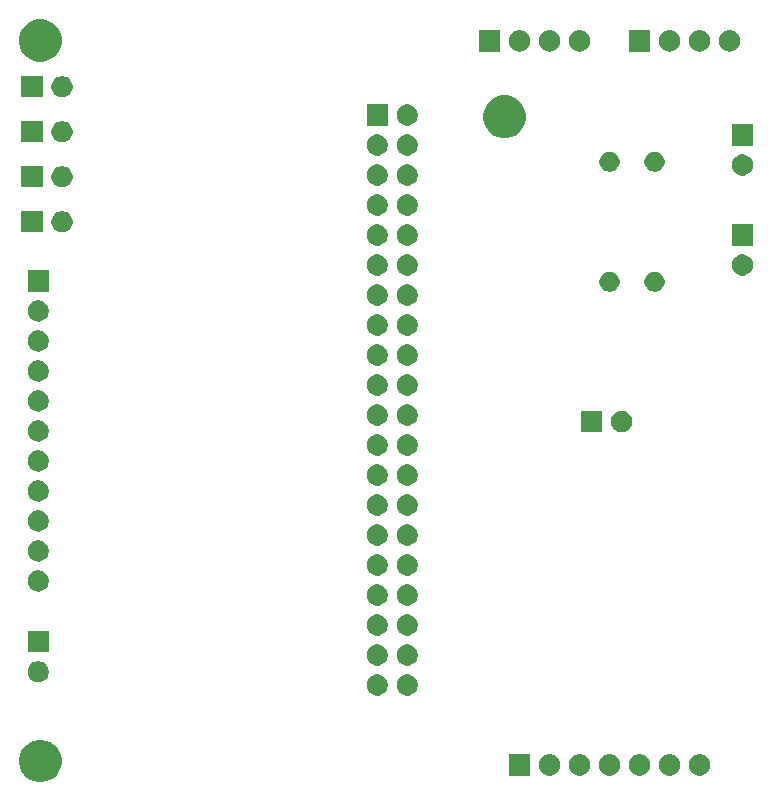
<source format=gbr>
G04 #@! TF.GenerationSoftware,KiCad,Pcbnew,(5.1.5)-3*
G04 #@! TF.CreationDate,2020-06-28T02:39:40-04:00*
G04 #@! TF.ProjectId,SteeringWheelKicad,53746565-7269-46e6-9757-6865656c4b69,3.0*
G04 #@! TF.SameCoordinates,Original*
G04 #@! TF.FileFunction,Soldermask,Bot*
G04 #@! TF.FilePolarity,Negative*
%FSLAX46Y46*%
G04 Gerber Fmt 4.6, Leading zero omitted, Abs format (unit mm)*
G04 Created by KiCad (PCBNEW (5.1.5)-3) date 2020-06-28 02:39:40*
%MOMM*%
%LPD*%
G04 APERTURE LIST*
%ADD10C,0.100000*%
G04 APERTURE END LIST*
D10*
G36*
X97725331Y-146868211D02*
G01*
X98053092Y-147003974D01*
X98348070Y-147201072D01*
X98598928Y-147451930D01*
X98796026Y-147746908D01*
X98931789Y-148074669D01*
X99001000Y-148422616D01*
X99001000Y-148777384D01*
X98931789Y-149125331D01*
X98796026Y-149453092D01*
X98598928Y-149748070D01*
X98348070Y-149998928D01*
X98053092Y-150196026D01*
X97725331Y-150331789D01*
X97377384Y-150401000D01*
X97022616Y-150401000D01*
X96674669Y-150331789D01*
X96346908Y-150196026D01*
X96051930Y-149998928D01*
X95801072Y-149748070D01*
X95603974Y-149453092D01*
X95468211Y-149125331D01*
X95399000Y-148777384D01*
X95399000Y-148422616D01*
X95468211Y-148074669D01*
X95603974Y-147746908D01*
X95801072Y-147451930D01*
X96051930Y-147201072D01*
X96346908Y-147003974D01*
X96674669Y-146868211D01*
X97022616Y-146799000D01*
X97377384Y-146799000D01*
X97725331Y-146868211D01*
G37*
G36*
X153133512Y-148033927D02*
G01*
X153282812Y-148063624D01*
X153446784Y-148131544D01*
X153594354Y-148230147D01*
X153719853Y-148355646D01*
X153818456Y-148503216D01*
X153886376Y-148667188D01*
X153921000Y-148841259D01*
X153921000Y-149018741D01*
X153886376Y-149192812D01*
X153818456Y-149356784D01*
X153719853Y-149504354D01*
X153594354Y-149629853D01*
X153446784Y-149728456D01*
X153282812Y-149796376D01*
X153133512Y-149826073D01*
X153108742Y-149831000D01*
X152931258Y-149831000D01*
X152906488Y-149826073D01*
X152757188Y-149796376D01*
X152593216Y-149728456D01*
X152445646Y-149629853D01*
X152320147Y-149504354D01*
X152221544Y-149356784D01*
X152153624Y-149192812D01*
X152119000Y-149018741D01*
X152119000Y-148841259D01*
X152153624Y-148667188D01*
X152221544Y-148503216D01*
X152320147Y-148355646D01*
X152445646Y-148230147D01*
X152593216Y-148131544D01*
X152757188Y-148063624D01*
X152906488Y-148033927D01*
X152931258Y-148029000D01*
X153108742Y-148029000D01*
X153133512Y-148033927D01*
G37*
G36*
X138681000Y-149831000D02*
G01*
X136879000Y-149831000D01*
X136879000Y-148029000D01*
X138681000Y-148029000D01*
X138681000Y-149831000D01*
G37*
G36*
X140433512Y-148033927D02*
G01*
X140582812Y-148063624D01*
X140746784Y-148131544D01*
X140894354Y-148230147D01*
X141019853Y-148355646D01*
X141118456Y-148503216D01*
X141186376Y-148667188D01*
X141221000Y-148841259D01*
X141221000Y-149018741D01*
X141186376Y-149192812D01*
X141118456Y-149356784D01*
X141019853Y-149504354D01*
X140894354Y-149629853D01*
X140746784Y-149728456D01*
X140582812Y-149796376D01*
X140433512Y-149826073D01*
X140408742Y-149831000D01*
X140231258Y-149831000D01*
X140206488Y-149826073D01*
X140057188Y-149796376D01*
X139893216Y-149728456D01*
X139745646Y-149629853D01*
X139620147Y-149504354D01*
X139521544Y-149356784D01*
X139453624Y-149192812D01*
X139419000Y-149018741D01*
X139419000Y-148841259D01*
X139453624Y-148667188D01*
X139521544Y-148503216D01*
X139620147Y-148355646D01*
X139745646Y-148230147D01*
X139893216Y-148131544D01*
X140057188Y-148063624D01*
X140206488Y-148033927D01*
X140231258Y-148029000D01*
X140408742Y-148029000D01*
X140433512Y-148033927D01*
G37*
G36*
X142973512Y-148033927D02*
G01*
X143122812Y-148063624D01*
X143286784Y-148131544D01*
X143434354Y-148230147D01*
X143559853Y-148355646D01*
X143658456Y-148503216D01*
X143726376Y-148667188D01*
X143761000Y-148841259D01*
X143761000Y-149018741D01*
X143726376Y-149192812D01*
X143658456Y-149356784D01*
X143559853Y-149504354D01*
X143434354Y-149629853D01*
X143286784Y-149728456D01*
X143122812Y-149796376D01*
X142973512Y-149826073D01*
X142948742Y-149831000D01*
X142771258Y-149831000D01*
X142746488Y-149826073D01*
X142597188Y-149796376D01*
X142433216Y-149728456D01*
X142285646Y-149629853D01*
X142160147Y-149504354D01*
X142061544Y-149356784D01*
X141993624Y-149192812D01*
X141959000Y-149018741D01*
X141959000Y-148841259D01*
X141993624Y-148667188D01*
X142061544Y-148503216D01*
X142160147Y-148355646D01*
X142285646Y-148230147D01*
X142433216Y-148131544D01*
X142597188Y-148063624D01*
X142746488Y-148033927D01*
X142771258Y-148029000D01*
X142948742Y-148029000D01*
X142973512Y-148033927D01*
G37*
G36*
X148053512Y-148033927D02*
G01*
X148202812Y-148063624D01*
X148366784Y-148131544D01*
X148514354Y-148230147D01*
X148639853Y-148355646D01*
X148738456Y-148503216D01*
X148806376Y-148667188D01*
X148841000Y-148841259D01*
X148841000Y-149018741D01*
X148806376Y-149192812D01*
X148738456Y-149356784D01*
X148639853Y-149504354D01*
X148514354Y-149629853D01*
X148366784Y-149728456D01*
X148202812Y-149796376D01*
X148053512Y-149826073D01*
X148028742Y-149831000D01*
X147851258Y-149831000D01*
X147826488Y-149826073D01*
X147677188Y-149796376D01*
X147513216Y-149728456D01*
X147365646Y-149629853D01*
X147240147Y-149504354D01*
X147141544Y-149356784D01*
X147073624Y-149192812D01*
X147039000Y-149018741D01*
X147039000Y-148841259D01*
X147073624Y-148667188D01*
X147141544Y-148503216D01*
X147240147Y-148355646D01*
X147365646Y-148230147D01*
X147513216Y-148131544D01*
X147677188Y-148063624D01*
X147826488Y-148033927D01*
X147851258Y-148029000D01*
X148028742Y-148029000D01*
X148053512Y-148033927D01*
G37*
G36*
X145513512Y-148033927D02*
G01*
X145662812Y-148063624D01*
X145826784Y-148131544D01*
X145974354Y-148230147D01*
X146099853Y-148355646D01*
X146198456Y-148503216D01*
X146266376Y-148667188D01*
X146301000Y-148841259D01*
X146301000Y-149018741D01*
X146266376Y-149192812D01*
X146198456Y-149356784D01*
X146099853Y-149504354D01*
X145974354Y-149629853D01*
X145826784Y-149728456D01*
X145662812Y-149796376D01*
X145513512Y-149826073D01*
X145488742Y-149831000D01*
X145311258Y-149831000D01*
X145286488Y-149826073D01*
X145137188Y-149796376D01*
X144973216Y-149728456D01*
X144825646Y-149629853D01*
X144700147Y-149504354D01*
X144601544Y-149356784D01*
X144533624Y-149192812D01*
X144499000Y-149018741D01*
X144499000Y-148841259D01*
X144533624Y-148667188D01*
X144601544Y-148503216D01*
X144700147Y-148355646D01*
X144825646Y-148230147D01*
X144973216Y-148131544D01*
X145137188Y-148063624D01*
X145286488Y-148033927D01*
X145311258Y-148029000D01*
X145488742Y-148029000D01*
X145513512Y-148033927D01*
G37*
G36*
X150593512Y-148033927D02*
G01*
X150742812Y-148063624D01*
X150906784Y-148131544D01*
X151054354Y-148230147D01*
X151179853Y-148355646D01*
X151278456Y-148503216D01*
X151346376Y-148667188D01*
X151381000Y-148841259D01*
X151381000Y-149018741D01*
X151346376Y-149192812D01*
X151278456Y-149356784D01*
X151179853Y-149504354D01*
X151054354Y-149629853D01*
X150906784Y-149728456D01*
X150742812Y-149796376D01*
X150593512Y-149826073D01*
X150568742Y-149831000D01*
X150391258Y-149831000D01*
X150366488Y-149826073D01*
X150217188Y-149796376D01*
X150053216Y-149728456D01*
X149905646Y-149629853D01*
X149780147Y-149504354D01*
X149681544Y-149356784D01*
X149613624Y-149192812D01*
X149579000Y-149018741D01*
X149579000Y-148841259D01*
X149613624Y-148667188D01*
X149681544Y-148503216D01*
X149780147Y-148355646D01*
X149905646Y-148230147D01*
X150053216Y-148131544D01*
X150217188Y-148063624D01*
X150366488Y-148033927D01*
X150391258Y-148029000D01*
X150568742Y-148029000D01*
X150593512Y-148033927D01*
G37*
G36*
X125843512Y-141263927D02*
G01*
X125992812Y-141293624D01*
X126156784Y-141361544D01*
X126304354Y-141460147D01*
X126429853Y-141585646D01*
X126528456Y-141733216D01*
X126596376Y-141897188D01*
X126631000Y-142071259D01*
X126631000Y-142248741D01*
X126596376Y-142422812D01*
X126528456Y-142586784D01*
X126429853Y-142734354D01*
X126304354Y-142859853D01*
X126156784Y-142958456D01*
X125992812Y-143026376D01*
X125843512Y-143056073D01*
X125818742Y-143061000D01*
X125641258Y-143061000D01*
X125616488Y-143056073D01*
X125467188Y-143026376D01*
X125303216Y-142958456D01*
X125155646Y-142859853D01*
X125030147Y-142734354D01*
X124931544Y-142586784D01*
X124863624Y-142422812D01*
X124829000Y-142248741D01*
X124829000Y-142071259D01*
X124863624Y-141897188D01*
X124931544Y-141733216D01*
X125030147Y-141585646D01*
X125155646Y-141460147D01*
X125303216Y-141361544D01*
X125467188Y-141293624D01*
X125616488Y-141263927D01*
X125641258Y-141259000D01*
X125818742Y-141259000D01*
X125843512Y-141263927D01*
G37*
G36*
X128383512Y-141263927D02*
G01*
X128532812Y-141293624D01*
X128696784Y-141361544D01*
X128844354Y-141460147D01*
X128969853Y-141585646D01*
X129068456Y-141733216D01*
X129136376Y-141897188D01*
X129171000Y-142071259D01*
X129171000Y-142248741D01*
X129136376Y-142422812D01*
X129068456Y-142586784D01*
X128969853Y-142734354D01*
X128844354Y-142859853D01*
X128696784Y-142958456D01*
X128532812Y-143026376D01*
X128383512Y-143056073D01*
X128358742Y-143061000D01*
X128181258Y-143061000D01*
X128156488Y-143056073D01*
X128007188Y-143026376D01*
X127843216Y-142958456D01*
X127695646Y-142859853D01*
X127570147Y-142734354D01*
X127471544Y-142586784D01*
X127403624Y-142422812D01*
X127369000Y-142248741D01*
X127369000Y-142071259D01*
X127403624Y-141897188D01*
X127471544Y-141733216D01*
X127570147Y-141585646D01*
X127695646Y-141460147D01*
X127843216Y-141361544D01*
X128007188Y-141293624D01*
X128156488Y-141263927D01*
X128181258Y-141259000D01*
X128358742Y-141259000D01*
X128383512Y-141263927D01*
G37*
G36*
X97141512Y-140143927D02*
G01*
X97290812Y-140173624D01*
X97454784Y-140241544D01*
X97602354Y-140340147D01*
X97727853Y-140465646D01*
X97826456Y-140613216D01*
X97894376Y-140777188D01*
X97929000Y-140951259D01*
X97929000Y-141128741D01*
X97894376Y-141302812D01*
X97826456Y-141466784D01*
X97727853Y-141614354D01*
X97602354Y-141739853D01*
X97454784Y-141838456D01*
X97290812Y-141906376D01*
X97141512Y-141936073D01*
X97116742Y-141941000D01*
X96939258Y-141941000D01*
X96914488Y-141936073D01*
X96765188Y-141906376D01*
X96601216Y-141838456D01*
X96453646Y-141739853D01*
X96328147Y-141614354D01*
X96229544Y-141466784D01*
X96161624Y-141302812D01*
X96127000Y-141128741D01*
X96127000Y-140951259D01*
X96161624Y-140777188D01*
X96229544Y-140613216D01*
X96328147Y-140465646D01*
X96453646Y-140340147D01*
X96601216Y-140241544D01*
X96765188Y-140173624D01*
X96914488Y-140143927D01*
X96939258Y-140139000D01*
X97116742Y-140139000D01*
X97141512Y-140143927D01*
G37*
G36*
X125843512Y-138723927D02*
G01*
X125992812Y-138753624D01*
X126156784Y-138821544D01*
X126304354Y-138920147D01*
X126429853Y-139045646D01*
X126528456Y-139193216D01*
X126596376Y-139357188D01*
X126631000Y-139531259D01*
X126631000Y-139708741D01*
X126596376Y-139882812D01*
X126528456Y-140046784D01*
X126429853Y-140194354D01*
X126304354Y-140319853D01*
X126156784Y-140418456D01*
X125992812Y-140486376D01*
X125843512Y-140516073D01*
X125818742Y-140521000D01*
X125641258Y-140521000D01*
X125616488Y-140516073D01*
X125467188Y-140486376D01*
X125303216Y-140418456D01*
X125155646Y-140319853D01*
X125030147Y-140194354D01*
X124931544Y-140046784D01*
X124863624Y-139882812D01*
X124829000Y-139708741D01*
X124829000Y-139531259D01*
X124863624Y-139357188D01*
X124931544Y-139193216D01*
X125030147Y-139045646D01*
X125155646Y-138920147D01*
X125303216Y-138821544D01*
X125467188Y-138753624D01*
X125616488Y-138723927D01*
X125641258Y-138719000D01*
X125818742Y-138719000D01*
X125843512Y-138723927D01*
G37*
G36*
X128383512Y-138723927D02*
G01*
X128532812Y-138753624D01*
X128696784Y-138821544D01*
X128844354Y-138920147D01*
X128969853Y-139045646D01*
X129068456Y-139193216D01*
X129136376Y-139357188D01*
X129171000Y-139531259D01*
X129171000Y-139708741D01*
X129136376Y-139882812D01*
X129068456Y-140046784D01*
X128969853Y-140194354D01*
X128844354Y-140319853D01*
X128696784Y-140418456D01*
X128532812Y-140486376D01*
X128383512Y-140516073D01*
X128358742Y-140521000D01*
X128181258Y-140521000D01*
X128156488Y-140516073D01*
X128007188Y-140486376D01*
X127843216Y-140418456D01*
X127695646Y-140319853D01*
X127570147Y-140194354D01*
X127471544Y-140046784D01*
X127403624Y-139882812D01*
X127369000Y-139708741D01*
X127369000Y-139531259D01*
X127403624Y-139357188D01*
X127471544Y-139193216D01*
X127570147Y-139045646D01*
X127695646Y-138920147D01*
X127843216Y-138821544D01*
X128007188Y-138753624D01*
X128156488Y-138723927D01*
X128181258Y-138719000D01*
X128358742Y-138719000D01*
X128383512Y-138723927D01*
G37*
G36*
X97929000Y-139401000D02*
G01*
X96127000Y-139401000D01*
X96127000Y-137599000D01*
X97929000Y-137599000D01*
X97929000Y-139401000D01*
G37*
G36*
X125843512Y-136183927D02*
G01*
X125992812Y-136213624D01*
X126156784Y-136281544D01*
X126304354Y-136380147D01*
X126429853Y-136505646D01*
X126528456Y-136653216D01*
X126596376Y-136817188D01*
X126631000Y-136991259D01*
X126631000Y-137168741D01*
X126596376Y-137342812D01*
X126528456Y-137506784D01*
X126429853Y-137654354D01*
X126304354Y-137779853D01*
X126156784Y-137878456D01*
X125992812Y-137946376D01*
X125843512Y-137976073D01*
X125818742Y-137981000D01*
X125641258Y-137981000D01*
X125616488Y-137976073D01*
X125467188Y-137946376D01*
X125303216Y-137878456D01*
X125155646Y-137779853D01*
X125030147Y-137654354D01*
X124931544Y-137506784D01*
X124863624Y-137342812D01*
X124829000Y-137168741D01*
X124829000Y-136991259D01*
X124863624Y-136817188D01*
X124931544Y-136653216D01*
X125030147Y-136505646D01*
X125155646Y-136380147D01*
X125303216Y-136281544D01*
X125467188Y-136213624D01*
X125616488Y-136183927D01*
X125641258Y-136179000D01*
X125818742Y-136179000D01*
X125843512Y-136183927D01*
G37*
G36*
X128383512Y-136183927D02*
G01*
X128532812Y-136213624D01*
X128696784Y-136281544D01*
X128844354Y-136380147D01*
X128969853Y-136505646D01*
X129068456Y-136653216D01*
X129136376Y-136817188D01*
X129171000Y-136991259D01*
X129171000Y-137168741D01*
X129136376Y-137342812D01*
X129068456Y-137506784D01*
X128969853Y-137654354D01*
X128844354Y-137779853D01*
X128696784Y-137878456D01*
X128532812Y-137946376D01*
X128383512Y-137976073D01*
X128358742Y-137981000D01*
X128181258Y-137981000D01*
X128156488Y-137976073D01*
X128007188Y-137946376D01*
X127843216Y-137878456D01*
X127695646Y-137779853D01*
X127570147Y-137654354D01*
X127471544Y-137506784D01*
X127403624Y-137342812D01*
X127369000Y-137168741D01*
X127369000Y-136991259D01*
X127403624Y-136817188D01*
X127471544Y-136653216D01*
X127570147Y-136505646D01*
X127695646Y-136380147D01*
X127843216Y-136281544D01*
X128007188Y-136213624D01*
X128156488Y-136183927D01*
X128181258Y-136179000D01*
X128358742Y-136179000D01*
X128383512Y-136183927D01*
G37*
G36*
X125843512Y-133643927D02*
G01*
X125992812Y-133673624D01*
X126156784Y-133741544D01*
X126304354Y-133840147D01*
X126429853Y-133965646D01*
X126528456Y-134113216D01*
X126596376Y-134277188D01*
X126631000Y-134451259D01*
X126631000Y-134628741D01*
X126596376Y-134802812D01*
X126528456Y-134966784D01*
X126429853Y-135114354D01*
X126304354Y-135239853D01*
X126156784Y-135338456D01*
X125992812Y-135406376D01*
X125843512Y-135436073D01*
X125818742Y-135441000D01*
X125641258Y-135441000D01*
X125616488Y-135436073D01*
X125467188Y-135406376D01*
X125303216Y-135338456D01*
X125155646Y-135239853D01*
X125030147Y-135114354D01*
X124931544Y-134966784D01*
X124863624Y-134802812D01*
X124829000Y-134628741D01*
X124829000Y-134451259D01*
X124863624Y-134277188D01*
X124931544Y-134113216D01*
X125030147Y-133965646D01*
X125155646Y-133840147D01*
X125303216Y-133741544D01*
X125467188Y-133673624D01*
X125616488Y-133643927D01*
X125641258Y-133639000D01*
X125818742Y-133639000D01*
X125843512Y-133643927D01*
G37*
G36*
X128383512Y-133643927D02*
G01*
X128532812Y-133673624D01*
X128696784Y-133741544D01*
X128844354Y-133840147D01*
X128969853Y-133965646D01*
X129068456Y-134113216D01*
X129136376Y-134277188D01*
X129171000Y-134451259D01*
X129171000Y-134628741D01*
X129136376Y-134802812D01*
X129068456Y-134966784D01*
X128969853Y-135114354D01*
X128844354Y-135239853D01*
X128696784Y-135338456D01*
X128532812Y-135406376D01*
X128383512Y-135436073D01*
X128358742Y-135441000D01*
X128181258Y-135441000D01*
X128156488Y-135436073D01*
X128007188Y-135406376D01*
X127843216Y-135338456D01*
X127695646Y-135239853D01*
X127570147Y-135114354D01*
X127471544Y-134966784D01*
X127403624Y-134802812D01*
X127369000Y-134628741D01*
X127369000Y-134451259D01*
X127403624Y-134277188D01*
X127471544Y-134113216D01*
X127570147Y-133965646D01*
X127695646Y-133840147D01*
X127843216Y-133741544D01*
X128007188Y-133673624D01*
X128156488Y-133643927D01*
X128181258Y-133639000D01*
X128358742Y-133639000D01*
X128383512Y-133643927D01*
G37*
G36*
X97141512Y-132453927D02*
G01*
X97290812Y-132483624D01*
X97454784Y-132551544D01*
X97602354Y-132650147D01*
X97727853Y-132775646D01*
X97826456Y-132923216D01*
X97894376Y-133087188D01*
X97929000Y-133261259D01*
X97929000Y-133438741D01*
X97894376Y-133612812D01*
X97826456Y-133776784D01*
X97727853Y-133924354D01*
X97602354Y-134049853D01*
X97454784Y-134148456D01*
X97290812Y-134216376D01*
X97141512Y-134246073D01*
X97116742Y-134251000D01*
X96939258Y-134251000D01*
X96914488Y-134246073D01*
X96765188Y-134216376D01*
X96601216Y-134148456D01*
X96453646Y-134049853D01*
X96328147Y-133924354D01*
X96229544Y-133776784D01*
X96161624Y-133612812D01*
X96127000Y-133438741D01*
X96127000Y-133261259D01*
X96161624Y-133087188D01*
X96229544Y-132923216D01*
X96328147Y-132775646D01*
X96453646Y-132650147D01*
X96601216Y-132551544D01*
X96765188Y-132483624D01*
X96914488Y-132453927D01*
X96939258Y-132449000D01*
X97116742Y-132449000D01*
X97141512Y-132453927D01*
G37*
G36*
X125843512Y-131103927D02*
G01*
X125992812Y-131133624D01*
X126156784Y-131201544D01*
X126304354Y-131300147D01*
X126429853Y-131425646D01*
X126528456Y-131573216D01*
X126596376Y-131737188D01*
X126631000Y-131911259D01*
X126631000Y-132088741D01*
X126596376Y-132262812D01*
X126528456Y-132426784D01*
X126429853Y-132574354D01*
X126304354Y-132699853D01*
X126156784Y-132798456D01*
X125992812Y-132866376D01*
X125843512Y-132896073D01*
X125818742Y-132901000D01*
X125641258Y-132901000D01*
X125616488Y-132896073D01*
X125467188Y-132866376D01*
X125303216Y-132798456D01*
X125155646Y-132699853D01*
X125030147Y-132574354D01*
X124931544Y-132426784D01*
X124863624Y-132262812D01*
X124829000Y-132088741D01*
X124829000Y-131911259D01*
X124863624Y-131737188D01*
X124931544Y-131573216D01*
X125030147Y-131425646D01*
X125155646Y-131300147D01*
X125303216Y-131201544D01*
X125467188Y-131133624D01*
X125616488Y-131103927D01*
X125641258Y-131099000D01*
X125818742Y-131099000D01*
X125843512Y-131103927D01*
G37*
G36*
X128383512Y-131103927D02*
G01*
X128532812Y-131133624D01*
X128696784Y-131201544D01*
X128844354Y-131300147D01*
X128969853Y-131425646D01*
X129068456Y-131573216D01*
X129136376Y-131737188D01*
X129171000Y-131911259D01*
X129171000Y-132088741D01*
X129136376Y-132262812D01*
X129068456Y-132426784D01*
X128969853Y-132574354D01*
X128844354Y-132699853D01*
X128696784Y-132798456D01*
X128532812Y-132866376D01*
X128383512Y-132896073D01*
X128358742Y-132901000D01*
X128181258Y-132901000D01*
X128156488Y-132896073D01*
X128007188Y-132866376D01*
X127843216Y-132798456D01*
X127695646Y-132699853D01*
X127570147Y-132574354D01*
X127471544Y-132426784D01*
X127403624Y-132262812D01*
X127369000Y-132088741D01*
X127369000Y-131911259D01*
X127403624Y-131737188D01*
X127471544Y-131573216D01*
X127570147Y-131425646D01*
X127695646Y-131300147D01*
X127843216Y-131201544D01*
X128007188Y-131133624D01*
X128156488Y-131103927D01*
X128181258Y-131099000D01*
X128358742Y-131099000D01*
X128383512Y-131103927D01*
G37*
G36*
X97141512Y-129913927D02*
G01*
X97290812Y-129943624D01*
X97454784Y-130011544D01*
X97602354Y-130110147D01*
X97727853Y-130235646D01*
X97826456Y-130383216D01*
X97894376Y-130547188D01*
X97929000Y-130721259D01*
X97929000Y-130898741D01*
X97894376Y-131072812D01*
X97826456Y-131236784D01*
X97727853Y-131384354D01*
X97602354Y-131509853D01*
X97454784Y-131608456D01*
X97290812Y-131676376D01*
X97141512Y-131706073D01*
X97116742Y-131711000D01*
X96939258Y-131711000D01*
X96914488Y-131706073D01*
X96765188Y-131676376D01*
X96601216Y-131608456D01*
X96453646Y-131509853D01*
X96328147Y-131384354D01*
X96229544Y-131236784D01*
X96161624Y-131072812D01*
X96127000Y-130898741D01*
X96127000Y-130721259D01*
X96161624Y-130547188D01*
X96229544Y-130383216D01*
X96328147Y-130235646D01*
X96453646Y-130110147D01*
X96601216Y-130011544D01*
X96765188Y-129943624D01*
X96914488Y-129913927D01*
X96939258Y-129909000D01*
X97116742Y-129909000D01*
X97141512Y-129913927D01*
G37*
G36*
X128383512Y-128563927D02*
G01*
X128532812Y-128593624D01*
X128696784Y-128661544D01*
X128844354Y-128760147D01*
X128969853Y-128885646D01*
X129068456Y-129033216D01*
X129136376Y-129197188D01*
X129171000Y-129371259D01*
X129171000Y-129548741D01*
X129136376Y-129722812D01*
X129068456Y-129886784D01*
X128969853Y-130034354D01*
X128844354Y-130159853D01*
X128696784Y-130258456D01*
X128532812Y-130326376D01*
X128383512Y-130356073D01*
X128358742Y-130361000D01*
X128181258Y-130361000D01*
X128156488Y-130356073D01*
X128007188Y-130326376D01*
X127843216Y-130258456D01*
X127695646Y-130159853D01*
X127570147Y-130034354D01*
X127471544Y-129886784D01*
X127403624Y-129722812D01*
X127369000Y-129548741D01*
X127369000Y-129371259D01*
X127403624Y-129197188D01*
X127471544Y-129033216D01*
X127570147Y-128885646D01*
X127695646Y-128760147D01*
X127843216Y-128661544D01*
X128007188Y-128593624D01*
X128156488Y-128563927D01*
X128181258Y-128559000D01*
X128358742Y-128559000D01*
X128383512Y-128563927D01*
G37*
G36*
X125843512Y-128563927D02*
G01*
X125992812Y-128593624D01*
X126156784Y-128661544D01*
X126304354Y-128760147D01*
X126429853Y-128885646D01*
X126528456Y-129033216D01*
X126596376Y-129197188D01*
X126631000Y-129371259D01*
X126631000Y-129548741D01*
X126596376Y-129722812D01*
X126528456Y-129886784D01*
X126429853Y-130034354D01*
X126304354Y-130159853D01*
X126156784Y-130258456D01*
X125992812Y-130326376D01*
X125843512Y-130356073D01*
X125818742Y-130361000D01*
X125641258Y-130361000D01*
X125616488Y-130356073D01*
X125467188Y-130326376D01*
X125303216Y-130258456D01*
X125155646Y-130159853D01*
X125030147Y-130034354D01*
X124931544Y-129886784D01*
X124863624Y-129722812D01*
X124829000Y-129548741D01*
X124829000Y-129371259D01*
X124863624Y-129197188D01*
X124931544Y-129033216D01*
X125030147Y-128885646D01*
X125155646Y-128760147D01*
X125303216Y-128661544D01*
X125467188Y-128593624D01*
X125616488Y-128563927D01*
X125641258Y-128559000D01*
X125818742Y-128559000D01*
X125843512Y-128563927D01*
G37*
G36*
X97141512Y-127373927D02*
G01*
X97290812Y-127403624D01*
X97454784Y-127471544D01*
X97602354Y-127570147D01*
X97727853Y-127695646D01*
X97826456Y-127843216D01*
X97894376Y-128007188D01*
X97929000Y-128181259D01*
X97929000Y-128358741D01*
X97894376Y-128532812D01*
X97826456Y-128696784D01*
X97727853Y-128844354D01*
X97602354Y-128969853D01*
X97454784Y-129068456D01*
X97290812Y-129136376D01*
X97141512Y-129166073D01*
X97116742Y-129171000D01*
X96939258Y-129171000D01*
X96914488Y-129166073D01*
X96765188Y-129136376D01*
X96601216Y-129068456D01*
X96453646Y-128969853D01*
X96328147Y-128844354D01*
X96229544Y-128696784D01*
X96161624Y-128532812D01*
X96127000Y-128358741D01*
X96127000Y-128181259D01*
X96161624Y-128007188D01*
X96229544Y-127843216D01*
X96328147Y-127695646D01*
X96453646Y-127570147D01*
X96601216Y-127471544D01*
X96765188Y-127403624D01*
X96914488Y-127373927D01*
X96939258Y-127369000D01*
X97116742Y-127369000D01*
X97141512Y-127373927D01*
G37*
G36*
X128383512Y-126023927D02*
G01*
X128532812Y-126053624D01*
X128696784Y-126121544D01*
X128844354Y-126220147D01*
X128969853Y-126345646D01*
X129068456Y-126493216D01*
X129136376Y-126657188D01*
X129171000Y-126831259D01*
X129171000Y-127008741D01*
X129136376Y-127182812D01*
X129068456Y-127346784D01*
X128969853Y-127494354D01*
X128844354Y-127619853D01*
X128696784Y-127718456D01*
X128532812Y-127786376D01*
X128383512Y-127816073D01*
X128358742Y-127821000D01*
X128181258Y-127821000D01*
X128156488Y-127816073D01*
X128007188Y-127786376D01*
X127843216Y-127718456D01*
X127695646Y-127619853D01*
X127570147Y-127494354D01*
X127471544Y-127346784D01*
X127403624Y-127182812D01*
X127369000Y-127008741D01*
X127369000Y-126831259D01*
X127403624Y-126657188D01*
X127471544Y-126493216D01*
X127570147Y-126345646D01*
X127695646Y-126220147D01*
X127843216Y-126121544D01*
X128007188Y-126053624D01*
X128156488Y-126023927D01*
X128181258Y-126019000D01*
X128358742Y-126019000D01*
X128383512Y-126023927D01*
G37*
G36*
X125843512Y-126023927D02*
G01*
X125992812Y-126053624D01*
X126156784Y-126121544D01*
X126304354Y-126220147D01*
X126429853Y-126345646D01*
X126528456Y-126493216D01*
X126596376Y-126657188D01*
X126631000Y-126831259D01*
X126631000Y-127008741D01*
X126596376Y-127182812D01*
X126528456Y-127346784D01*
X126429853Y-127494354D01*
X126304354Y-127619853D01*
X126156784Y-127718456D01*
X125992812Y-127786376D01*
X125843512Y-127816073D01*
X125818742Y-127821000D01*
X125641258Y-127821000D01*
X125616488Y-127816073D01*
X125467188Y-127786376D01*
X125303216Y-127718456D01*
X125155646Y-127619853D01*
X125030147Y-127494354D01*
X124931544Y-127346784D01*
X124863624Y-127182812D01*
X124829000Y-127008741D01*
X124829000Y-126831259D01*
X124863624Y-126657188D01*
X124931544Y-126493216D01*
X125030147Y-126345646D01*
X125155646Y-126220147D01*
X125303216Y-126121544D01*
X125467188Y-126053624D01*
X125616488Y-126023927D01*
X125641258Y-126019000D01*
X125818742Y-126019000D01*
X125843512Y-126023927D01*
G37*
G36*
X97141512Y-124833927D02*
G01*
X97290812Y-124863624D01*
X97454784Y-124931544D01*
X97602354Y-125030147D01*
X97727853Y-125155646D01*
X97826456Y-125303216D01*
X97894376Y-125467188D01*
X97929000Y-125641259D01*
X97929000Y-125818741D01*
X97894376Y-125992812D01*
X97826456Y-126156784D01*
X97727853Y-126304354D01*
X97602354Y-126429853D01*
X97454784Y-126528456D01*
X97290812Y-126596376D01*
X97141512Y-126626073D01*
X97116742Y-126631000D01*
X96939258Y-126631000D01*
X96914488Y-126626073D01*
X96765188Y-126596376D01*
X96601216Y-126528456D01*
X96453646Y-126429853D01*
X96328147Y-126304354D01*
X96229544Y-126156784D01*
X96161624Y-125992812D01*
X96127000Y-125818741D01*
X96127000Y-125641259D01*
X96161624Y-125467188D01*
X96229544Y-125303216D01*
X96328147Y-125155646D01*
X96453646Y-125030147D01*
X96601216Y-124931544D01*
X96765188Y-124863624D01*
X96914488Y-124833927D01*
X96939258Y-124829000D01*
X97116742Y-124829000D01*
X97141512Y-124833927D01*
G37*
G36*
X125843512Y-123483927D02*
G01*
X125992812Y-123513624D01*
X126156784Y-123581544D01*
X126304354Y-123680147D01*
X126429853Y-123805646D01*
X126528456Y-123953216D01*
X126596376Y-124117188D01*
X126631000Y-124291259D01*
X126631000Y-124468741D01*
X126596376Y-124642812D01*
X126528456Y-124806784D01*
X126429853Y-124954354D01*
X126304354Y-125079853D01*
X126156784Y-125178456D01*
X125992812Y-125246376D01*
X125843512Y-125276073D01*
X125818742Y-125281000D01*
X125641258Y-125281000D01*
X125616488Y-125276073D01*
X125467188Y-125246376D01*
X125303216Y-125178456D01*
X125155646Y-125079853D01*
X125030147Y-124954354D01*
X124931544Y-124806784D01*
X124863624Y-124642812D01*
X124829000Y-124468741D01*
X124829000Y-124291259D01*
X124863624Y-124117188D01*
X124931544Y-123953216D01*
X125030147Y-123805646D01*
X125155646Y-123680147D01*
X125303216Y-123581544D01*
X125467188Y-123513624D01*
X125616488Y-123483927D01*
X125641258Y-123479000D01*
X125818742Y-123479000D01*
X125843512Y-123483927D01*
G37*
G36*
X128383512Y-123483927D02*
G01*
X128532812Y-123513624D01*
X128696784Y-123581544D01*
X128844354Y-123680147D01*
X128969853Y-123805646D01*
X129068456Y-123953216D01*
X129136376Y-124117188D01*
X129171000Y-124291259D01*
X129171000Y-124468741D01*
X129136376Y-124642812D01*
X129068456Y-124806784D01*
X128969853Y-124954354D01*
X128844354Y-125079853D01*
X128696784Y-125178456D01*
X128532812Y-125246376D01*
X128383512Y-125276073D01*
X128358742Y-125281000D01*
X128181258Y-125281000D01*
X128156488Y-125276073D01*
X128007188Y-125246376D01*
X127843216Y-125178456D01*
X127695646Y-125079853D01*
X127570147Y-124954354D01*
X127471544Y-124806784D01*
X127403624Y-124642812D01*
X127369000Y-124468741D01*
X127369000Y-124291259D01*
X127403624Y-124117188D01*
X127471544Y-123953216D01*
X127570147Y-123805646D01*
X127695646Y-123680147D01*
X127843216Y-123581544D01*
X128007188Y-123513624D01*
X128156488Y-123483927D01*
X128181258Y-123479000D01*
X128358742Y-123479000D01*
X128383512Y-123483927D01*
G37*
G36*
X97141512Y-122293927D02*
G01*
X97290812Y-122323624D01*
X97454784Y-122391544D01*
X97602354Y-122490147D01*
X97727853Y-122615646D01*
X97826456Y-122763216D01*
X97894376Y-122927188D01*
X97929000Y-123101259D01*
X97929000Y-123278741D01*
X97894376Y-123452812D01*
X97826456Y-123616784D01*
X97727853Y-123764354D01*
X97602354Y-123889853D01*
X97454784Y-123988456D01*
X97290812Y-124056376D01*
X97141512Y-124086073D01*
X97116742Y-124091000D01*
X96939258Y-124091000D01*
X96914488Y-124086073D01*
X96765188Y-124056376D01*
X96601216Y-123988456D01*
X96453646Y-123889853D01*
X96328147Y-123764354D01*
X96229544Y-123616784D01*
X96161624Y-123452812D01*
X96127000Y-123278741D01*
X96127000Y-123101259D01*
X96161624Y-122927188D01*
X96229544Y-122763216D01*
X96328147Y-122615646D01*
X96453646Y-122490147D01*
X96601216Y-122391544D01*
X96765188Y-122323624D01*
X96914488Y-122293927D01*
X96939258Y-122289000D01*
X97116742Y-122289000D01*
X97141512Y-122293927D01*
G37*
G36*
X128383512Y-120943927D02*
G01*
X128532812Y-120973624D01*
X128696784Y-121041544D01*
X128844354Y-121140147D01*
X128969853Y-121265646D01*
X129068456Y-121413216D01*
X129136376Y-121577188D01*
X129171000Y-121751259D01*
X129171000Y-121928741D01*
X129136376Y-122102812D01*
X129068456Y-122266784D01*
X128969853Y-122414354D01*
X128844354Y-122539853D01*
X128696784Y-122638456D01*
X128532812Y-122706376D01*
X128383512Y-122736073D01*
X128358742Y-122741000D01*
X128181258Y-122741000D01*
X128156488Y-122736073D01*
X128007188Y-122706376D01*
X127843216Y-122638456D01*
X127695646Y-122539853D01*
X127570147Y-122414354D01*
X127471544Y-122266784D01*
X127403624Y-122102812D01*
X127369000Y-121928741D01*
X127369000Y-121751259D01*
X127403624Y-121577188D01*
X127471544Y-121413216D01*
X127570147Y-121265646D01*
X127695646Y-121140147D01*
X127843216Y-121041544D01*
X128007188Y-120973624D01*
X128156488Y-120943927D01*
X128181258Y-120939000D01*
X128358742Y-120939000D01*
X128383512Y-120943927D01*
G37*
G36*
X125843512Y-120943927D02*
G01*
X125992812Y-120973624D01*
X126156784Y-121041544D01*
X126304354Y-121140147D01*
X126429853Y-121265646D01*
X126528456Y-121413216D01*
X126596376Y-121577188D01*
X126631000Y-121751259D01*
X126631000Y-121928741D01*
X126596376Y-122102812D01*
X126528456Y-122266784D01*
X126429853Y-122414354D01*
X126304354Y-122539853D01*
X126156784Y-122638456D01*
X125992812Y-122706376D01*
X125843512Y-122736073D01*
X125818742Y-122741000D01*
X125641258Y-122741000D01*
X125616488Y-122736073D01*
X125467188Y-122706376D01*
X125303216Y-122638456D01*
X125155646Y-122539853D01*
X125030147Y-122414354D01*
X124931544Y-122266784D01*
X124863624Y-122102812D01*
X124829000Y-121928741D01*
X124829000Y-121751259D01*
X124863624Y-121577188D01*
X124931544Y-121413216D01*
X125030147Y-121265646D01*
X125155646Y-121140147D01*
X125303216Y-121041544D01*
X125467188Y-120973624D01*
X125616488Y-120943927D01*
X125641258Y-120939000D01*
X125818742Y-120939000D01*
X125843512Y-120943927D01*
G37*
G36*
X97141512Y-119753927D02*
G01*
X97290812Y-119783624D01*
X97454784Y-119851544D01*
X97602354Y-119950147D01*
X97727853Y-120075646D01*
X97826456Y-120223216D01*
X97894376Y-120387188D01*
X97929000Y-120561259D01*
X97929000Y-120738741D01*
X97894376Y-120912812D01*
X97826456Y-121076784D01*
X97727853Y-121224354D01*
X97602354Y-121349853D01*
X97454784Y-121448456D01*
X97290812Y-121516376D01*
X97141512Y-121546073D01*
X97116742Y-121551000D01*
X96939258Y-121551000D01*
X96914488Y-121546073D01*
X96765188Y-121516376D01*
X96601216Y-121448456D01*
X96453646Y-121349853D01*
X96328147Y-121224354D01*
X96229544Y-121076784D01*
X96161624Y-120912812D01*
X96127000Y-120738741D01*
X96127000Y-120561259D01*
X96161624Y-120387188D01*
X96229544Y-120223216D01*
X96328147Y-120075646D01*
X96453646Y-119950147D01*
X96601216Y-119851544D01*
X96765188Y-119783624D01*
X96914488Y-119753927D01*
X96939258Y-119749000D01*
X97116742Y-119749000D01*
X97141512Y-119753927D01*
G37*
G36*
X144781000Y-120751000D02*
G01*
X142979000Y-120751000D01*
X142979000Y-118949000D01*
X144781000Y-118949000D01*
X144781000Y-120751000D01*
G37*
G36*
X146533512Y-118953927D02*
G01*
X146682812Y-118983624D01*
X146846784Y-119051544D01*
X146994354Y-119150147D01*
X147119853Y-119275646D01*
X147218456Y-119423216D01*
X147286376Y-119587188D01*
X147321000Y-119761259D01*
X147321000Y-119938741D01*
X147286376Y-120112812D01*
X147218456Y-120276784D01*
X147119853Y-120424354D01*
X146994354Y-120549853D01*
X146846784Y-120648456D01*
X146682812Y-120716376D01*
X146533512Y-120746073D01*
X146508742Y-120751000D01*
X146331258Y-120751000D01*
X146306488Y-120746073D01*
X146157188Y-120716376D01*
X145993216Y-120648456D01*
X145845646Y-120549853D01*
X145720147Y-120424354D01*
X145621544Y-120276784D01*
X145553624Y-120112812D01*
X145519000Y-119938741D01*
X145519000Y-119761259D01*
X145553624Y-119587188D01*
X145621544Y-119423216D01*
X145720147Y-119275646D01*
X145845646Y-119150147D01*
X145993216Y-119051544D01*
X146157188Y-118983624D01*
X146306488Y-118953927D01*
X146331258Y-118949000D01*
X146508742Y-118949000D01*
X146533512Y-118953927D01*
G37*
G36*
X128383512Y-118403927D02*
G01*
X128532812Y-118433624D01*
X128696784Y-118501544D01*
X128844354Y-118600147D01*
X128969853Y-118725646D01*
X129068456Y-118873216D01*
X129136376Y-119037188D01*
X129171000Y-119211259D01*
X129171000Y-119388741D01*
X129136376Y-119562812D01*
X129068456Y-119726784D01*
X128969853Y-119874354D01*
X128844354Y-119999853D01*
X128696784Y-120098456D01*
X128532812Y-120166376D01*
X128383512Y-120196073D01*
X128358742Y-120201000D01*
X128181258Y-120201000D01*
X128156488Y-120196073D01*
X128007188Y-120166376D01*
X127843216Y-120098456D01*
X127695646Y-119999853D01*
X127570147Y-119874354D01*
X127471544Y-119726784D01*
X127403624Y-119562812D01*
X127369000Y-119388741D01*
X127369000Y-119211259D01*
X127403624Y-119037188D01*
X127471544Y-118873216D01*
X127570147Y-118725646D01*
X127695646Y-118600147D01*
X127843216Y-118501544D01*
X128007188Y-118433624D01*
X128156488Y-118403927D01*
X128181258Y-118399000D01*
X128358742Y-118399000D01*
X128383512Y-118403927D01*
G37*
G36*
X125843512Y-118403927D02*
G01*
X125992812Y-118433624D01*
X126156784Y-118501544D01*
X126304354Y-118600147D01*
X126429853Y-118725646D01*
X126528456Y-118873216D01*
X126596376Y-119037188D01*
X126631000Y-119211259D01*
X126631000Y-119388741D01*
X126596376Y-119562812D01*
X126528456Y-119726784D01*
X126429853Y-119874354D01*
X126304354Y-119999853D01*
X126156784Y-120098456D01*
X125992812Y-120166376D01*
X125843512Y-120196073D01*
X125818742Y-120201000D01*
X125641258Y-120201000D01*
X125616488Y-120196073D01*
X125467188Y-120166376D01*
X125303216Y-120098456D01*
X125155646Y-119999853D01*
X125030147Y-119874354D01*
X124931544Y-119726784D01*
X124863624Y-119562812D01*
X124829000Y-119388741D01*
X124829000Y-119211259D01*
X124863624Y-119037188D01*
X124931544Y-118873216D01*
X125030147Y-118725646D01*
X125155646Y-118600147D01*
X125303216Y-118501544D01*
X125467188Y-118433624D01*
X125616488Y-118403927D01*
X125641258Y-118399000D01*
X125818742Y-118399000D01*
X125843512Y-118403927D01*
G37*
G36*
X97141512Y-117213927D02*
G01*
X97290812Y-117243624D01*
X97454784Y-117311544D01*
X97602354Y-117410147D01*
X97727853Y-117535646D01*
X97826456Y-117683216D01*
X97894376Y-117847188D01*
X97929000Y-118021259D01*
X97929000Y-118198741D01*
X97894376Y-118372812D01*
X97826456Y-118536784D01*
X97727853Y-118684354D01*
X97602354Y-118809853D01*
X97454784Y-118908456D01*
X97290812Y-118976376D01*
X97141512Y-119006073D01*
X97116742Y-119011000D01*
X96939258Y-119011000D01*
X96914488Y-119006073D01*
X96765188Y-118976376D01*
X96601216Y-118908456D01*
X96453646Y-118809853D01*
X96328147Y-118684354D01*
X96229544Y-118536784D01*
X96161624Y-118372812D01*
X96127000Y-118198741D01*
X96127000Y-118021259D01*
X96161624Y-117847188D01*
X96229544Y-117683216D01*
X96328147Y-117535646D01*
X96453646Y-117410147D01*
X96601216Y-117311544D01*
X96765188Y-117243624D01*
X96914488Y-117213927D01*
X96939258Y-117209000D01*
X97116742Y-117209000D01*
X97141512Y-117213927D01*
G37*
G36*
X128383512Y-115863927D02*
G01*
X128532812Y-115893624D01*
X128696784Y-115961544D01*
X128844354Y-116060147D01*
X128969853Y-116185646D01*
X129068456Y-116333216D01*
X129136376Y-116497188D01*
X129171000Y-116671259D01*
X129171000Y-116848741D01*
X129136376Y-117022812D01*
X129068456Y-117186784D01*
X128969853Y-117334354D01*
X128844354Y-117459853D01*
X128696784Y-117558456D01*
X128532812Y-117626376D01*
X128383512Y-117656073D01*
X128358742Y-117661000D01*
X128181258Y-117661000D01*
X128156488Y-117656073D01*
X128007188Y-117626376D01*
X127843216Y-117558456D01*
X127695646Y-117459853D01*
X127570147Y-117334354D01*
X127471544Y-117186784D01*
X127403624Y-117022812D01*
X127369000Y-116848741D01*
X127369000Y-116671259D01*
X127403624Y-116497188D01*
X127471544Y-116333216D01*
X127570147Y-116185646D01*
X127695646Y-116060147D01*
X127843216Y-115961544D01*
X128007188Y-115893624D01*
X128156488Y-115863927D01*
X128181258Y-115859000D01*
X128358742Y-115859000D01*
X128383512Y-115863927D01*
G37*
G36*
X125843512Y-115863927D02*
G01*
X125992812Y-115893624D01*
X126156784Y-115961544D01*
X126304354Y-116060147D01*
X126429853Y-116185646D01*
X126528456Y-116333216D01*
X126596376Y-116497188D01*
X126631000Y-116671259D01*
X126631000Y-116848741D01*
X126596376Y-117022812D01*
X126528456Y-117186784D01*
X126429853Y-117334354D01*
X126304354Y-117459853D01*
X126156784Y-117558456D01*
X125992812Y-117626376D01*
X125843512Y-117656073D01*
X125818742Y-117661000D01*
X125641258Y-117661000D01*
X125616488Y-117656073D01*
X125467188Y-117626376D01*
X125303216Y-117558456D01*
X125155646Y-117459853D01*
X125030147Y-117334354D01*
X124931544Y-117186784D01*
X124863624Y-117022812D01*
X124829000Y-116848741D01*
X124829000Y-116671259D01*
X124863624Y-116497188D01*
X124931544Y-116333216D01*
X125030147Y-116185646D01*
X125155646Y-116060147D01*
X125303216Y-115961544D01*
X125467188Y-115893624D01*
X125616488Y-115863927D01*
X125641258Y-115859000D01*
X125818742Y-115859000D01*
X125843512Y-115863927D01*
G37*
G36*
X97141512Y-114673927D02*
G01*
X97290812Y-114703624D01*
X97454784Y-114771544D01*
X97602354Y-114870147D01*
X97727853Y-114995646D01*
X97826456Y-115143216D01*
X97894376Y-115307188D01*
X97929000Y-115481259D01*
X97929000Y-115658741D01*
X97894376Y-115832812D01*
X97826456Y-115996784D01*
X97727853Y-116144354D01*
X97602354Y-116269853D01*
X97454784Y-116368456D01*
X97290812Y-116436376D01*
X97141512Y-116466073D01*
X97116742Y-116471000D01*
X96939258Y-116471000D01*
X96914488Y-116466073D01*
X96765188Y-116436376D01*
X96601216Y-116368456D01*
X96453646Y-116269853D01*
X96328147Y-116144354D01*
X96229544Y-115996784D01*
X96161624Y-115832812D01*
X96127000Y-115658741D01*
X96127000Y-115481259D01*
X96161624Y-115307188D01*
X96229544Y-115143216D01*
X96328147Y-114995646D01*
X96453646Y-114870147D01*
X96601216Y-114771544D01*
X96765188Y-114703624D01*
X96914488Y-114673927D01*
X96939258Y-114669000D01*
X97116742Y-114669000D01*
X97141512Y-114673927D01*
G37*
G36*
X128383512Y-113323927D02*
G01*
X128532812Y-113353624D01*
X128696784Y-113421544D01*
X128844354Y-113520147D01*
X128969853Y-113645646D01*
X129068456Y-113793216D01*
X129136376Y-113957188D01*
X129171000Y-114131259D01*
X129171000Y-114308741D01*
X129136376Y-114482812D01*
X129068456Y-114646784D01*
X128969853Y-114794354D01*
X128844354Y-114919853D01*
X128696784Y-115018456D01*
X128532812Y-115086376D01*
X128383512Y-115116073D01*
X128358742Y-115121000D01*
X128181258Y-115121000D01*
X128156488Y-115116073D01*
X128007188Y-115086376D01*
X127843216Y-115018456D01*
X127695646Y-114919853D01*
X127570147Y-114794354D01*
X127471544Y-114646784D01*
X127403624Y-114482812D01*
X127369000Y-114308741D01*
X127369000Y-114131259D01*
X127403624Y-113957188D01*
X127471544Y-113793216D01*
X127570147Y-113645646D01*
X127695646Y-113520147D01*
X127843216Y-113421544D01*
X128007188Y-113353624D01*
X128156488Y-113323927D01*
X128181258Y-113319000D01*
X128358742Y-113319000D01*
X128383512Y-113323927D01*
G37*
G36*
X125843512Y-113323927D02*
G01*
X125992812Y-113353624D01*
X126156784Y-113421544D01*
X126304354Y-113520147D01*
X126429853Y-113645646D01*
X126528456Y-113793216D01*
X126596376Y-113957188D01*
X126631000Y-114131259D01*
X126631000Y-114308741D01*
X126596376Y-114482812D01*
X126528456Y-114646784D01*
X126429853Y-114794354D01*
X126304354Y-114919853D01*
X126156784Y-115018456D01*
X125992812Y-115086376D01*
X125843512Y-115116073D01*
X125818742Y-115121000D01*
X125641258Y-115121000D01*
X125616488Y-115116073D01*
X125467188Y-115086376D01*
X125303216Y-115018456D01*
X125155646Y-114919853D01*
X125030147Y-114794354D01*
X124931544Y-114646784D01*
X124863624Y-114482812D01*
X124829000Y-114308741D01*
X124829000Y-114131259D01*
X124863624Y-113957188D01*
X124931544Y-113793216D01*
X125030147Y-113645646D01*
X125155646Y-113520147D01*
X125303216Y-113421544D01*
X125467188Y-113353624D01*
X125616488Y-113323927D01*
X125641258Y-113319000D01*
X125818742Y-113319000D01*
X125843512Y-113323927D01*
G37*
G36*
X97141512Y-112133927D02*
G01*
X97290812Y-112163624D01*
X97454784Y-112231544D01*
X97602354Y-112330147D01*
X97727853Y-112455646D01*
X97826456Y-112603216D01*
X97894376Y-112767188D01*
X97929000Y-112941259D01*
X97929000Y-113118741D01*
X97894376Y-113292812D01*
X97826456Y-113456784D01*
X97727853Y-113604354D01*
X97602354Y-113729853D01*
X97454784Y-113828456D01*
X97290812Y-113896376D01*
X97141512Y-113926073D01*
X97116742Y-113931000D01*
X96939258Y-113931000D01*
X96914488Y-113926073D01*
X96765188Y-113896376D01*
X96601216Y-113828456D01*
X96453646Y-113729853D01*
X96328147Y-113604354D01*
X96229544Y-113456784D01*
X96161624Y-113292812D01*
X96127000Y-113118741D01*
X96127000Y-112941259D01*
X96161624Y-112767188D01*
X96229544Y-112603216D01*
X96328147Y-112455646D01*
X96453646Y-112330147D01*
X96601216Y-112231544D01*
X96765188Y-112163624D01*
X96914488Y-112133927D01*
X96939258Y-112129000D01*
X97116742Y-112129000D01*
X97141512Y-112133927D01*
G37*
G36*
X125843512Y-110783927D02*
G01*
X125992812Y-110813624D01*
X126156784Y-110881544D01*
X126304354Y-110980147D01*
X126429853Y-111105646D01*
X126528456Y-111253216D01*
X126596376Y-111417188D01*
X126631000Y-111591259D01*
X126631000Y-111768741D01*
X126596376Y-111942812D01*
X126528456Y-112106784D01*
X126429853Y-112254354D01*
X126304354Y-112379853D01*
X126156784Y-112478456D01*
X125992812Y-112546376D01*
X125843512Y-112576073D01*
X125818742Y-112581000D01*
X125641258Y-112581000D01*
X125616488Y-112576073D01*
X125467188Y-112546376D01*
X125303216Y-112478456D01*
X125155646Y-112379853D01*
X125030147Y-112254354D01*
X124931544Y-112106784D01*
X124863624Y-111942812D01*
X124829000Y-111768741D01*
X124829000Y-111591259D01*
X124863624Y-111417188D01*
X124931544Y-111253216D01*
X125030147Y-111105646D01*
X125155646Y-110980147D01*
X125303216Y-110881544D01*
X125467188Y-110813624D01*
X125616488Y-110783927D01*
X125641258Y-110779000D01*
X125818742Y-110779000D01*
X125843512Y-110783927D01*
G37*
G36*
X128383512Y-110783927D02*
G01*
X128532812Y-110813624D01*
X128696784Y-110881544D01*
X128844354Y-110980147D01*
X128969853Y-111105646D01*
X129068456Y-111253216D01*
X129136376Y-111417188D01*
X129171000Y-111591259D01*
X129171000Y-111768741D01*
X129136376Y-111942812D01*
X129068456Y-112106784D01*
X128969853Y-112254354D01*
X128844354Y-112379853D01*
X128696784Y-112478456D01*
X128532812Y-112546376D01*
X128383512Y-112576073D01*
X128358742Y-112581000D01*
X128181258Y-112581000D01*
X128156488Y-112576073D01*
X128007188Y-112546376D01*
X127843216Y-112478456D01*
X127695646Y-112379853D01*
X127570147Y-112254354D01*
X127471544Y-112106784D01*
X127403624Y-111942812D01*
X127369000Y-111768741D01*
X127369000Y-111591259D01*
X127403624Y-111417188D01*
X127471544Y-111253216D01*
X127570147Y-111105646D01*
X127695646Y-110980147D01*
X127843216Y-110881544D01*
X128007188Y-110813624D01*
X128156488Y-110783927D01*
X128181258Y-110779000D01*
X128358742Y-110779000D01*
X128383512Y-110783927D01*
G37*
G36*
X97141512Y-109593927D02*
G01*
X97290812Y-109623624D01*
X97454784Y-109691544D01*
X97602354Y-109790147D01*
X97727853Y-109915646D01*
X97826456Y-110063216D01*
X97894376Y-110227188D01*
X97929000Y-110401259D01*
X97929000Y-110578741D01*
X97894376Y-110752812D01*
X97826456Y-110916784D01*
X97727853Y-111064354D01*
X97602354Y-111189853D01*
X97454784Y-111288456D01*
X97290812Y-111356376D01*
X97141512Y-111386073D01*
X97116742Y-111391000D01*
X96939258Y-111391000D01*
X96914488Y-111386073D01*
X96765188Y-111356376D01*
X96601216Y-111288456D01*
X96453646Y-111189853D01*
X96328147Y-111064354D01*
X96229544Y-110916784D01*
X96161624Y-110752812D01*
X96127000Y-110578741D01*
X96127000Y-110401259D01*
X96161624Y-110227188D01*
X96229544Y-110063216D01*
X96328147Y-109915646D01*
X96453646Y-109790147D01*
X96601216Y-109691544D01*
X96765188Y-109623624D01*
X96914488Y-109593927D01*
X96939258Y-109589000D01*
X97116742Y-109589000D01*
X97141512Y-109593927D01*
G37*
G36*
X128383512Y-108243927D02*
G01*
X128532812Y-108273624D01*
X128696784Y-108341544D01*
X128844354Y-108440147D01*
X128969853Y-108565646D01*
X129068456Y-108713216D01*
X129136376Y-108877188D01*
X129171000Y-109051259D01*
X129171000Y-109228741D01*
X129136376Y-109402812D01*
X129068456Y-109566784D01*
X128969853Y-109714354D01*
X128844354Y-109839853D01*
X128696784Y-109938456D01*
X128532812Y-110006376D01*
X128383512Y-110036073D01*
X128358742Y-110041000D01*
X128181258Y-110041000D01*
X128156488Y-110036073D01*
X128007188Y-110006376D01*
X127843216Y-109938456D01*
X127695646Y-109839853D01*
X127570147Y-109714354D01*
X127471544Y-109566784D01*
X127403624Y-109402812D01*
X127369000Y-109228741D01*
X127369000Y-109051259D01*
X127403624Y-108877188D01*
X127471544Y-108713216D01*
X127570147Y-108565646D01*
X127695646Y-108440147D01*
X127843216Y-108341544D01*
X128007188Y-108273624D01*
X128156488Y-108243927D01*
X128181258Y-108239000D01*
X128358742Y-108239000D01*
X128383512Y-108243927D01*
G37*
G36*
X125843512Y-108243927D02*
G01*
X125992812Y-108273624D01*
X126156784Y-108341544D01*
X126304354Y-108440147D01*
X126429853Y-108565646D01*
X126528456Y-108713216D01*
X126596376Y-108877188D01*
X126631000Y-109051259D01*
X126631000Y-109228741D01*
X126596376Y-109402812D01*
X126528456Y-109566784D01*
X126429853Y-109714354D01*
X126304354Y-109839853D01*
X126156784Y-109938456D01*
X125992812Y-110006376D01*
X125843512Y-110036073D01*
X125818742Y-110041000D01*
X125641258Y-110041000D01*
X125616488Y-110036073D01*
X125467188Y-110006376D01*
X125303216Y-109938456D01*
X125155646Y-109839853D01*
X125030147Y-109714354D01*
X124931544Y-109566784D01*
X124863624Y-109402812D01*
X124829000Y-109228741D01*
X124829000Y-109051259D01*
X124863624Y-108877188D01*
X124931544Y-108713216D01*
X125030147Y-108565646D01*
X125155646Y-108440147D01*
X125303216Y-108341544D01*
X125467188Y-108273624D01*
X125616488Y-108243927D01*
X125641258Y-108239000D01*
X125818742Y-108239000D01*
X125843512Y-108243927D01*
G37*
G36*
X145648228Y-107201703D02*
G01*
X145803100Y-107265853D01*
X145942481Y-107358985D01*
X146061015Y-107477519D01*
X146154147Y-107616900D01*
X146218297Y-107771772D01*
X146251000Y-107936184D01*
X146251000Y-108103816D01*
X146218297Y-108268228D01*
X146154147Y-108423100D01*
X146061015Y-108562481D01*
X145942481Y-108681015D01*
X145803100Y-108774147D01*
X145648228Y-108838297D01*
X145483816Y-108871000D01*
X145316184Y-108871000D01*
X145151772Y-108838297D01*
X144996900Y-108774147D01*
X144857519Y-108681015D01*
X144738985Y-108562481D01*
X144645853Y-108423100D01*
X144581703Y-108268228D01*
X144549000Y-108103816D01*
X144549000Y-107936184D01*
X144581703Y-107771772D01*
X144645853Y-107616900D01*
X144738985Y-107477519D01*
X144857519Y-107358985D01*
X144996900Y-107265853D01*
X145151772Y-107201703D01*
X145316184Y-107169000D01*
X145483816Y-107169000D01*
X145648228Y-107201703D01*
G37*
G36*
X149458228Y-107201703D02*
G01*
X149613100Y-107265853D01*
X149752481Y-107358985D01*
X149871015Y-107477519D01*
X149964147Y-107616900D01*
X150028297Y-107771772D01*
X150061000Y-107936184D01*
X150061000Y-108103816D01*
X150028297Y-108268228D01*
X149964147Y-108423100D01*
X149871015Y-108562481D01*
X149752481Y-108681015D01*
X149613100Y-108774147D01*
X149458228Y-108838297D01*
X149293816Y-108871000D01*
X149126184Y-108871000D01*
X148961772Y-108838297D01*
X148806900Y-108774147D01*
X148667519Y-108681015D01*
X148548985Y-108562481D01*
X148455853Y-108423100D01*
X148391703Y-108268228D01*
X148359000Y-108103816D01*
X148359000Y-107936184D01*
X148391703Y-107771772D01*
X148455853Y-107616900D01*
X148548985Y-107477519D01*
X148667519Y-107358985D01*
X148806900Y-107265853D01*
X148961772Y-107201703D01*
X149126184Y-107169000D01*
X149293816Y-107169000D01*
X149458228Y-107201703D01*
G37*
G36*
X97929000Y-108851000D02*
G01*
X96127000Y-108851000D01*
X96127000Y-107049000D01*
X97929000Y-107049000D01*
X97929000Y-108851000D01*
G37*
G36*
X125843512Y-105703927D02*
G01*
X125992812Y-105733624D01*
X126156784Y-105801544D01*
X126304354Y-105900147D01*
X126429853Y-106025646D01*
X126528456Y-106173216D01*
X126596376Y-106337188D01*
X126631000Y-106511259D01*
X126631000Y-106688741D01*
X126596376Y-106862812D01*
X126528456Y-107026784D01*
X126429853Y-107174354D01*
X126304354Y-107299853D01*
X126156784Y-107398456D01*
X125992812Y-107466376D01*
X125843512Y-107496073D01*
X125818742Y-107501000D01*
X125641258Y-107501000D01*
X125616488Y-107496073D01*
X125467188Y-107466376D01*
X125303216Y-107398456D01*
X125155646Y-107299853D01*
X125030147Y-107174354D01*
X124931544Y-107026784D01*
X124863624Y-106862812D01*
X124829000Y-106688741D01*
X124829000Y-106511259D01*
X124863624Y-106337188D01*
X124931544Y-106173216D01*
X125030147Y-106025646D01*
X125155646Y-105900147D01*
X125303216Y-105801544D01*
X125467188Y-105733624D01*
X125616488Y-105703927D01*
X125641258Y-105699000D01*
X125818742Y-105699000D01*
X125843512Y-105703927D01*
G37*
G36*
X128383512Y-105703927D02*
G01*
X128532812Y-105733624D01*
X128696784Y-105801544D01*
X128844354Y-105900147D01*
X128969853Y-106025646D01*
X129068456Y-106173216D01*
X129136376Y-106337188D01*
X129171000Y-106511259D01*
X129171000Y-106688741D01*
X129136376Y-106862812D01*
X129068456Y-107026784D01*
X128969853Y-107174354D01*
X128844354Y-107299853D01*
X128696784Y-107398456D01*
X128532812Y-107466376D01*
X128383512Y-107496073D01*
X128358742Y-107501000D01*
X128181258Y-107501000D01*
X128156488Y-107496073D01*
X128007188Y-107466376D01*
X127843216Y-107398456D01*
X127695646Y-107299853D01*
X127570147Y-107174354D01*
X127471544Y-107026784D01*
X127403624Y-106862812D01*
X127369000Y-106688741D01*
X127369000Y-106511259D01*
X127403624Y-106337188D01*
X127471544Y-106173216D01*
X127570147Y-106025646D01*
X127695646Y-105900147D01*
X127843216Y-105801544D01*
X128007188Y-105733624D01*
X128156488Y-105703927D01*
X128181258Y-105699000D01*
X128358742Y-105699000D01*
X128383512Y-105703927D01*
G37*
G36*
X156753512Y-105703927D02*
G01*
X156902812Y-105733624D01*
X157066784Y-105801544D01*
X157214354Y-105900147D01*
X157339853Y-106025646D01*
X157438456Y-106173216D01*
X157506376Y-106337188D01*
X157541000Y-106511259D01*
X157541000Y-106688741D01*
X157506376Y-106862812D01*
X157438456Y-107026784D01*
X157339853Y-107174354D01*
X157214354Y-107299853D01*
X157066784Y-107398456D01*
X156902812Y-107466376D01*
X156753512Y-107496073D01*
X156728742Y-107501000D01*
X156551258Y-107501000D01*
X156526488Y-107496073D01*
X156377188Y-107466376D01*
X156213216Y-107398456D01*
X156065646Y-107299853D01*
X155940147Y-107174354D01*
X155841544Y-107026784D01*
X155773624Y-106862812D01*
X155739000Y-106688741D01*
X155739000Y-106511259D01*
X155773624Y-106337188D01*
X155841544Y-106173216D01*
X155940147Y-106025646D01*
X156065646Y-105900147D01*
X156213216Y-105801544D01*
X156377188Y-105733624D01*
X156526488Y-105703927D01*
X156551258Y-105699000D01*
X156728742Y-105699000D01*
X156753512Y-105703927D01*
G37*
G36*
X128383512Y-103163927D02*
G01*
X128532812Y-103193624D01*
X128696784Y-103261544D01*
X128844354Y-103360147D01*
X128969853Y-103485646D01*
X129068456Y-103633216D01*
X129136376Y-103797188D01*
X129171000Y-103971259D01*
X129171000Y-104148741D01*
X129136376Y-104322812D01*
X129068456Y-104486784D01*
X128969853Y-104634354D01*
X128844354Y-104759853D01*
X128696784Y-104858456D01*
X128532812Y-104926376D01*
X128383512Y-104956073D01*
X128358742Y-104961000D01*
X128181258Y-104961000D01*
X128156488Y-104956073D01*
X128007188Y-104926376D01*
X127843216Y-104858456D01*
X127695646Y-104759853D01*
X127570147Y-104634354D01*
X127471544Y-104486784D01*
X127403624Y-104322812D01*
X127369000Y-104148741D01*
X127369000Y-103971259D01*
X127403624Y-103797188D01*
X127471544Y-103633216D01*
X127570147Y-103485646D01*
X127695646Y-103360147D01*
X127843216Y-103261544D01*
X128007188Y-103193624D01*
X128156488Y-103163927D01*
X128181258Y-103159000D01*
X128358742Y-103159000D01*
X128383512Y-103163927D01*
G37*
G36*
X125843512Y-103163927D02*
G01*
X125992812Y-103193624D01*
X126156784Y-103261544D01*
X126304354Y-103360147D01*
X126429853Y-103485646D01*
X126528456Y-103633216D01*
X126596376Y-103797188D01*
X126631000Y-103971259D01*
X126631000Y-104148741D01*
X126596376Y-104322812D01*
X126528456Y-104486784D01*
X126429853Y-104634354D01*
X126304354Y-104759853D01*
X126156784Y-104858456D01*
X125992812Y-104926376D01*
X125843512Y-104956073D01*
X125818742Y-104961000D01*
X125641258Y-104961000D01*
X125616488Y-104956073D01*
X125467188Y-104926376D01*
X125303216Y-104858456D01*
X125155646Y-104759853D01*
X125030147Y-104634354D01*
X124931544Y-104486784D01*
X124863624Y-104322812D01*
X124829000Y-104148741D01*
X124829000Y-103971259D01*
X124863624Y-103797188D01*
X124931544Y-103633216D01*
X125030147Y-103485646D01*
X125155646Y-103360147D01*
X125303216Y-103261544D01*
X125467188Y-103193624D01*
X125616488Y-103163927D01*
X125641258Y-103159000D01*
X125818742Y-103159000D01*
X125843512Y-103163927D01*
G37*
G36*
X157541000Y-104961000D02*
G01*
X155739000Y-104961000D01*
X155739000Y-103159000D01*
X157541000Y-103159000D01*
X157541000Y-104961000D01*
G37*
G36*
X97406000Y-103841000D02*
G01*
X95604000Y-103841000D01*
X95604000Y-102039000D01*
X97406000Y-102039000D01*
X97406000Y-103841000D01*
G37*
G36*
X99158512Y-102043927D02*
G01*
X99307812Y-102073624D01*
X99471784Y-102141544D01*
X99619354Y-102240147D01*
X99744853Y-102365646D01*
X99843456Y-102513216D01*
X99911376Y-102677188D01*
X99946000Y-102851259D01*
X99946000Y-103028741D01*
X99911376Y-103202812D01*
X99843456Y-103366784D01*
X99744853Y-103514354D01*
X99619354Y-103639853D01*
X99471784Y-103738456D01*
X99307812Y-103806376D01*
X99158512Y-103836073D01*
X99133742Y-103841000D01*
X98956258Y-103841000D01*
X98931488Y-103836073D01*
X98782188Y-103806376D01*
X98618216Y-103738456D01*
X98470646Y-103639853D01*
X98345147Y-103514354D01*
X98246544Y-103366784D01*
X98178624Y-103202812D01*
X98144000Y-103028741D01*
X98144000Y-102851259D01*
X98178624Y-102677188D01*
X98246544Y-102513216D01*
X98345147Y-102365646D01*
X98470646Y-102240147D01*
X98618216Y-102141544D01*
X98782188Y-102073624D01*
X98931488Y-102043927D01*
X98956258Y-102039000D01*
X99133742Y-102039000D01*
X99158512Y-102043927D01*
G37*
G36*
X128383512Y-100623927D02*
G01*
X128532812Y-100653624D01*
X128696784Y-100721544D01*
X128844354Y-100820147D01*
X128969853Y-100945646D01*
X129068456Y-101093216D01*
X129136376Y-101257188D01*
X129171000Y-101431259D01*
X129171000Y-101608741D01*
X129136376Y-101782812D01*
X129068456Y-101946784D01*
X128969853Y-102094354D01*
X128844354Y-102219853D01*
X128696784Y-102318456D01*
X128532812Y-102386376D01*
X128383512Y-102416073D01*
X128358742Y-102421000D01*
X128181258Y-102421000D01*
X128156488Y-102416073D01*
X128007188Y-102386376D01*
X127843216Y-102318456D01*
X127695646Y-102219853D01*
X127570147Y-102094354D01*
X127471544Y-101946784D01*
X127403624Y-101782812D01*
X127369000Y-101608741D01*
X127369000Y-101431259D01*
X127403624Y-101257188D01*
X127471544Y-101093216D01*
X127570147Y-100945646D01*
X127695646Y-100820147D01*
X127843216Y-100721544D01*
X128007188Y-100653624D01*
X128156488Y-100623927D01*
X128181258Y-100619000D01*
X128358742Y-100619000D01*
X128383512Y-100623927D01*
G37*
G36*
X125843512Y-100623927D02*
G01*
X125992812Y-100653624D01*
X126156784Y-100721544D01*
X126304354Y-100820147D01*
X126429853Y-100945646D01*
X126528456Y-101093216D01*
X126596376Y-101257188D01*
X126631000Y-101431259D01*
X126631000Y-101608741D01*
X126596376Y-101782812D01*
X126528456Y-101946784D01*
X126429853Y-102094354D01*
X126304354Y-102219853D01*
X126156784Y-102318456D01*
X125992812Y-102386376D01*
X125843512Y-102416073D01*
X125818742Y-102421000D01*
X125641258Y-102421000D01*
X125616488Y-102416073D01*
X125467188Y-102386376D01*
X125303216Y-102318456D01*
X125155646Y-102219853D01*
X125030147Y-102094354D01*
X124931544Y-101946784D01*
X124863624Y-101782812D01*
X124829000Y-101608741D01*
X124829000Y-101431259D01*
X124863624Y-101257188D01*
X124931544Y-101093216D01*
X125030147Y-100945646D01*
X125155646Y-100820147D01*
X125303216Y-100721544D01*
X125467188Y-100653624D01*
X125616488Y-100623927D01*
X125641258Y-100619000D01*
X125818742Y-100619000D01*
X125843512Y-100623927D01*
G37*
G36*
X99158512Y-98233927D02*
G01*
X99307812Y-98263624D01*
X99471784Y-98331544D01*
X99619354Y-98430147D01*
X99744853Y-98555646D01*
X99843456Y-98703216D01*
X99911376Y-98867188D01*
X99941073Y-99016488D01*
X99945949Y-99041000D01*
X99946000Y-99041259D01*
X99946000Y-99218741D01*
X99911376Y-99392812D01*
X99843456Y-99556784D01*
X99744853Y-99704354D01*
X99619354Y-99829853D01*
X99471784Y-99928456D01*
X99307812Y-99996376D01*
X99158512Y-100026073D01*
X99133742Y-100031000D01*
X98956258Y-100031000D01*
X98931488Y-100026073D01*
X98782188Y-99996376D01*
X98618216Y-99928456D01*
X98470646Y-99829853D01*
X98345147Y-99704354D01*
X98246544Y-99556784D01*
X98178624Y-99392812D01*
X98144000Y-99218741D01*
X98144000Y-99041259D01*
X98144052Y-99041000D01*
X98148927Y-99016488D01*
X98178624Y-98867188D01*
X98246544Y-98703216D01*
X98345147Y-98555646D01*
X98470646Y-98430147D01*
X98618216Y-98331544D01*
X98782188Y-98263624D01*
X98931488Y-98233927D01*
X98956258Y-98229000D01*
X99133742Y-98229000D01*
X99158512Y-98233927D01*
G37*
G36*
X97406000Y-100031000D02*
G01*
X95604000Y-100031000D01*
X95604000Y-98229000D01*
X97406000Y-98229000D01*
X97406000Y-100031000D01*
G37*
G36*
X128383512Y-98083927D02*
G01*
X128532812Y-98113624D01*
X128696784Y-98181544D01*
X128844354Y-98280147D01*
X128969853Y-98405646D01*
X129068456Y-98553216D01*
X129136376Y-98717188D01*
X129171000Y-98891259D01*
X129171000Y-99068741D01*
X129136376Y-99242812D01*
X129068456Y-99406784D01*
X128969853Y-99554354D01*
X128844354Y-99679853D01*
X128696784Y-99778456D01*
X128532812Y-99846376D01*
X128383512Y-99876073D01*
X128358742Y-99881000D01*
X128181258Y-99881000D01*
X128156488Y-99876073D01*
X128007188Y-99846376D01*
X127843216Y-99778456D01*
X127695646Y-99679853D01*
X127570147Y-99554354D01*
X127471544Y-99406784D01*
X127403624Y-99242812D01*
X127369000Y-99068741D01*
X127369000Y-98891259D01*
X127403624Y-98717188D01*
X127471544Y-98553216D01*
X127570147Y-98405646D01*
X127695646Y-98280147D01*
X127843216Y-98181544D01*
X128007188Y-98113624D01*
X128156488Y-98083927D01*
X128181258Y-98079000D01*
X128358742Y-98079000D01*
X128383512Y-98083927D01*
G37*
G36*
X125843512Y-98083927D02*
G01*
X125992812Y-98113624D01*
X126156784Y-98181544D01*
X126304354Y-98280147D01*
X126429853Y-98405646D01*
X126528456Y-98553216D01*
X126596376Y-98717188D01*
X126631000Y-98891259D01*
X126631000Y-99068741D01*
X126596376Y-99242812D01*
X126528456Y-99406784D01*
X126429853Y-99554354D01*
X126304354Y-99679853D01*
X126156784Y-99778456D01*
X125992812Y-99846376D01*
X125843512Y-99876073D01*
X125818742Y-99881000D01*
X125641258Y-99881000D01*
X125616488Y-99876073D01*
X125467188Y-99846376D01*
X125303216Y-99778456D01*
X125155646Y-99679853D01*
X125030147Y-99554354D01*
X124931544Y-99406784D01*
X124863624Y-99242812D01*
X124829000Y-99068741D01*
X124829000Y-98891259D01*
X124863624Y-98717188D01*
X124931544Y-98553216D01*
X125030147Y-98405646D01*
X125155646Y-98280147D01*
X125303216Y-98181544D01*
X125467188Y-98113624D01*
X125616488Y-98083927D01*
X125641258Y-98079000D01*
X125818742Y-98079000D01*
X125843512Y-98083927D01*
G37*
G36*
X156753512Y-97243927D02*
G01*
X156902812Y-97273624D01*
X157066784Y-97341544D01*
X157214354Y-97440147D01*
X157339853Y-97565646D01*
X157438456Y-97713216D01*
X157506376Y-97877188D01*
X157536073Y-98026488D01*
X157541000Y-98051258D01*
X157541000Y-98228742D01*
X157536073Y-98253512D01*
X157506376Y-98402812D01*
X157438456Y-98566784D01*
X157339853Y-98714354D01*
X157214354Y-98839853D01*
X157066784Y-98938456D01*
X156902812Y-99006376D01*
X156753512Y-99036073D01*
X156728742Y-99041000D01*
X156551258Y-99041000D01*
X156526488Y-99036073D01*
X156377188Y-99006376D01*
X156213216Y-98938456D01*
X156065646Y-98839853D01*
X155940147Y-98714354D01*
X155841544Y-98566784D01*
X155773624Y-98402812D01*
X155743927Y-98253512D01*
X155739000Y-98228742D01*
X155739000Y-98051258D01*
X155743927Y-98026488D01*
X155773624Y-97877188D01*
X155841544Y-97713216D01*
X155940147Y-97565646D01*
X156065646Y-97440147D01*
X156213216Y-97341544D01*
X156377188Y-97273624D01*
X156526488Y-97243927D01*
X156551258Y-97239000D01*
X156728742Y-97239000D01*
X156753512Y-97243927D01*
G37*
G36*
X145648228Y-97041703D02*
G01*
X145803100Y-97105853D01*
X145942481Y-97198985D01*
X146061015Y-97317519D01*
X146154147Y-97456900D01*
X146218297Y-97611772D01*
X146251000Y-97776184D01*
X146251000Y-97943816D01*
X146218297Y-98108228D01*
X146154147Y-98263100D01*
X146061015Y-98402481D01*
X145942481Y-98521015D01*
X145803100Y-98614147D01*
X145648228Y-98678297D01*
X145483816Y-98711000D01*
X145316184Y-98711000D01*
X145151772Y-98678297D01*
X144996900Y-98614147D01*
X144857519Y-98521015D01*
X144738985Y-98402481D01*
X144645853Y-98263100D01*
X144581703Y-98108228D01*
X144549000Y-97943816D01*
X144549000Y-97776184D01*
X144581703Y-97611772D01*
X144645853Y-97456900D01*
X144738985Y-97317519D01*
X144857519Y-97198985D01*
X144996900Y-97105853D01*
X145151772Y-97041703D01*
X145316184Y-97009000D01*
X145483816Y-97009000D01*
X145648228Y-97041703D01*
G37*
G36*
X149458228Y-97041703D02*
G01*
X149613100Y-97105853D01*
X149752481Y-97198985D01*
X149871015Y-97317519D01*
X149964147Y-97456900D01*
X150028297Y-97611772D01*
X150061000Y-97776184D01*
X150061000Y-97943816D01*
X150028297Y-98108228D01*
X149964147Y-98263100D01*
X149871015Y-98402481D01*
X149752481Y-98521015D01*
X149613100Y-98614147D01*
X149458228Y-98678297D01*
X149293816Y-98711000D01*
X149126184Y-98711000D01*
X148961772Y-98678297D01*
X148806900Y-98614147D01*
X148667519Y-98521015D01*
X148548985Y-98402481D01*
X148455853Y-98263100D01*
X148391703Y-98108228D01*
X148359000Y-97943816D01*
X148359000Y-97776184D01*
X148391703Y-97611772D01*
X148455853Y-97456900D01*
X148548985Y-97317519D01*
X148667519Y-97198985D01*
X148806900Y-97105853D01*
X148961772Y-97041703D01*
X149126184Y-97009000D01*
X149293816Y-97009000D01*
X149458228Y-97041703D01*
G37*
G36*
X125843512Y-95543927D02*
G01*
X125992812Y-95573624D01*
X126156784Y-95641544D01*
X126304354Y-95740147D01*
X126429853Y-95865646D01*
X126528456Y-96013216D01*
X126596376Y-96177188D01*
X126631000Y-96351259D01*
X126631000Y-96528741D01*
X126596376Y-96702812D01*
X126528456Y-96866784D01*
X126429853Y-97014354D01*
X126304354Y-97139853D01*
X126156784Y-97238456D01*
X125992812Y-97306376D01*
X125843512Y-97336073D01*
X125818742Y-97341000D01*
X125641258Y-97341000D01*
X125616488Y-97336073D01*
X125467188Y-97306376D01*
X125303216Y-97238456D01*
X125155646Y-97139853D01*
X125030147Y-97014354D01*
X124931544Y-96866784D01*
X124863624Y-96702812D01*
X124829000Y-96528741D01*
X124829000Y-96351259D01*
X124863624Y-96177188D01*
X124931544Y-96013216D01*
X125030147Y-95865646D01*
X125155646Y-95740147D01*
X125303216Y-95641544D01*
X125467188Y-95573624D01*
X125616488Y-95543927D01*
X125641258Y-95539000D01*
X125818742Y-95539000D01*
X125843512Y-95543927D01*
G37*
G36*
X128383512Y-95543927D02*
G01*
X128532812Y-95573624D01*
X128696784Y-95641544D01*
X128844354Y-95740147D01*
X128969853Y-95865646D01*
X129068456Y-96013216D01*
X129136376Y-96177188D01*
X129171000Y-96351259D01*
X129171000Y-96528741D01*
X129136376Y-96702812D01*
X129068456Y-96866784D01*
X128969853Y-97014354D01*
X128844354Y-97139853D01*
X128696784Y-97238456D01*
X128532812Y-97306376D01*
X128383512Y-97336073D01*
X128358742Y-97341000D01*
X128181258Y-97341000D01*
X128156488Y-97336073D01*
X128007188Y-97306376D01*
X127843216Y-97238456D01*
X127695646Y-97139853D01*
X127570147Y-97014354D01*
X127471544Y-96866784D01*
X127403624Y-96702812D01*
X127369000Y-96528741D01*
X127369000Y-96351259D01*
X127403624Y-96177188D01*
X127471544Y-96013216D01*
X127570147Y-95865646D01*
X127695646Y-95740147D01*
X127843216Y-95641544D01*
X128007188Y-95573624D01*
X128156488Y-95543927D01*
X128181258Y-95539000D01*
X128358742Y-95539000D01*
X128383512Y-95543927D01*
G37*
G36*
X157541000Y-96501000D02*
G01*
X155739000Y-96501000D01*
X155739000Y-94699000D01*
X157541000Y-94699000D01*
X157541000Y-96501000D01*
G37*
G36*
X99158512Y-94423927D02*
G01*
X99307812Y-94453624D01*
X99471784Y-94521544D01*
X99619354Y-94620147D01*
X99744853Y-94745646D01*
X99843456Y-94893216D01*
X99911376Y-95057188D01*
X99946000Y-95231259D01*
X99946000Y-95408741D01*
X99911376Y-95582812D01*
X99843456Y-95746784D01*
X99744853Y-95894354D01*
X99619354Y-96019853D01*
X99471784Y-96118456D01*
X99307812Y-96186376D01*
X99158512Y-96216073D01*
X99133742Y-96221000D01*
X98956258Y-96221000D01*
X98931488Y-96216073D01*
X98782188Y-96186376D01*
X98618216Y-96118456D01*
X98470646Y-96019853D01*
X98345147Y-95894354D01*
X98246544Y-95746784D01*
X98178624Y-95582812D01*
X98144000Y-95408741D01*
X98144000Y-95231259D01*
X98178624Y-95057188D01*
X98246544Y-94893216D01*
X98345147Y-94745646D01*
X98470646Y-94620147D01*
X98618216Y-94521544D01*
X98782188Y-94453624D01*
X98931488Y-94423927D01*
X98956258Y-94419000D01*
X99133742Y-94419000D01*
X99158512Y-94423927D01*
G37*
G36*
X97406000Y-96221000D02*
G01*
X95604000Y-96221000D01*
X95604000Y-94419000D01*
X97406000Y-94419000D01*
X97406000Y-96221000D01*
G37*
G36*
X137035331Y-92318211D02*
G01*
X137363092Y-92453974D01*
X137658070Y-92651072D01*
X137908928Y-92901930D01*
X138106026Y-93196908D01*
X138241789Y-93524669D01*
X138311000Y-93872616D01*
X138311000Y-94227384D01*
X138241789Y-94575331D01*
X138106026Y-94903092D01*
X137908928Y-95198070D01*
X137658070Y-95448928D01*
X137363092Y-95646026D01*
X137035331Y-95781789D01*
X136687384Y-95851000D01*
X136332616Y-95851000D01*
X135984669Y-95781789D01*
X135656908Y-95646026D01*
X135361930Y-95448928D01*
X135111072Y-95198070D01*
X134913974Y-94903092D01*
X134778211Y-94575331D01*
X134709000Y-94227384D01*
X134709000Y-93872616D01*
X134778211Y-93524669D01*
X134913974Y-93196908D01*
X135111072Y-92901930D01*
X135361930Y-92651072D01*
X135656908Y-92453974D01*
X135984669Y-92318211D01*
X136332616Y-92249000D01*
X136687384Y-92249000D01*
X137035331Y-92318211D01*
G37*
G36*
X126631000Y-94801000D02*
G01*
X124829000Y-94801000D01*
X124829000Y-92999000D01*
X126631000Y-92999000D01*
X126631000Y-94801000D01*
G37*
G36*
X128383512Y-93003927D02*
G01*
X128532812Y-93033624D01*
X128696784Y-93101544D01*
X128844354Y-93200147D01*
X128969853Y-93325646D01*
X129068456Y-93473216D01*
X129136376Y-93637188D01*
X129171000Y-93811259D01*
X129171000Y-93988741D01*
X129136376Y-94162812D01*
X129068456Y-94326784D01*
X128969853Y-94474354D01*
X128844354Y-94599853D01*
X128696784Y-94698456D01*
X128532812Y-94766376D01*
X128383512Y-94796073D01*
X128358742Y-94801000D01*
X128181258Y-94801000D01*
X128156488Y-94796073D01*
X128007188Y-94766376D01*
X127843216Y-94698456D01*
X127695646Y-94599853D01*
X127570147Y-94474354D01*
X127471544Y-94326784D01*
X127403624Y-94162812D01*
X127369000Y-93988741D01*
X127369000Y-93811259D01*
X127403624Y-93637188D01*
X127471544Y-93473216D01*
X127570147Y-93325646D01*
X127695646Y-93200147D01*
X127843216Y-93101544D01*
X128007188Y-93033624D01*
X128156488Y-93003927D01*
X128181258Y-92999000D01*
X128358742Y-92999000D01*
X128383512Y-93003927D01*
G37*
G36*
X99158512Y-90613927D02*
G01*
X99307812Y-90643624D01*
X99471784Y-90711544D01*
X99619354Y-90810147D01*
X99744853Y-90935646D01*
X99843456Y-91083216D01*
X99911376Y-91247188D01*
X99946000Y-91421259D01*
X99946000Y-91598741D01*
X99911376Y-91772812D01*
X99843456Y-91936784D01*
X99744853Y-92084354D01*
X99619354Y-92209853D01*
X99471784Y-92308456D01*
X99307812Y-92376376D01*
X99158512Y-92406073D01*
X99133742Y-92411000D01*
X98956258Y-92411000D01*
X98931488Y-92406073D01*
X98782188Y-92376376D01*
X98618216Y-92308456D01*
X98470646Y-92209853D01*
X98345147Y-92084354D01*
X98246544Y-91936784D01*
X98178624Y-91772812D01*
X98144000Y-91598741D01*
X98144000Y-91421259D01*
X98178624Y-91247188D01*
X98246544Y-91083216D01*
X98345147Y-90935646D01*
X98470646Y-90810147D01*
X98618216Y-90711544D01*
X98782188Y-90643624D01*
X98931488Y-90613927D01*
X98956258Y-90609000D01*
X99133742Y-90609000D01*
X99158512Y-90613927D01*
G37*
G36*
X97406000Y-92411000D02*
G01*
X95604000Y-92411000D01*
X95604000Y-90609000D01*
X97406000Y-90609000D01*
X97406000Y-92411000D01*
G37*
G36*
X97725331Y-85868211D02*
G01*
X98053092Y-86003974D01*
X98348070Y-86201072D01*
X98598928Y-86451930D01*
X98796026Y-86746908D01*
X98931789Y-87074669D01*
X99001000Y-87422616D01*
X99001000Y-87777384D01*
X98931789Y-88125331D01*
X98796026Y-88453092D01*
X98598928Y-88748070D01*
X98348070Y-88998928D01*
X98053092Y-89196026D01*
X97725331Y-89331789D01*
X97377384Y-89401000D01*
X97022616Y-89401000D01*
X96674669Y-89331789D01*
X96346908Y-89196026D01*
X96051930Y-88998928D01*
X95801072Y-88748070D01*
X95603974Y-88453092D01*
X95468211Y-88125331D01*
X95399000Y-87777384D01*
X95399000Y-87422616D01*
X95468211Y-87074669D01*
X95603974Y-86746908D01*
X95801072Y-86451930D01*
X96051930Y-86201072D01*
X96346908Y-86003974D01*
X96674669Y-85868211D01*
X97022616Y-85799000D01*
X97377384Y-85799000D01*
X97725331Y-85868211D01*
G37*
G36*
X150593512Y-86733927D02*
G01*
X150742812Y-86763624D01*
X150906784Y-86831544D01*
X151054354Y-86930147D01*
X151179853Y-87055646D01*
X151278456Y-87203216D01*
X151346376Y-87367188D01*
X151381000Y-87541259D01*
X151381000Y-87718741D01*
X151346376Y-87892812D01*
X151278456Y-88056784D01*
X151179853Y-88204354D01*
X151054354Y-88329853D01*
X150906784Y-88428456D01*
X150742812Y-88496376D01*
X150593512Y-88526073D01*
X150568742Y-88531000D01*
X150391258Y-88531000D01*
X150366488Y-88526073D01*
X150217188Y-88496376D01*
X150053216Y-88428456D01*
X149905646Y-88329853D01*
X149780147Y-88204354D01*
X149681544Y-88056784D01*
X149613624Y-87892812D01*
X149579000Y-87718741D01*
X149579000Y-87541259D01*
X149613624Y-87367188D01*
X149681544Y-87203216D01*
X149780147Y-87055646D01*
X149905646Y-86930147D01*
X150053216Y-86831544D01*
X150217188Y-86763624D01*
X150366488Y-86733927D01*
X150391258Y-86729000D01*
X150568742Y-86729000D01*
X150593512Y-86733927D01*
G37*
G36*
X155673512Y-86733927D02*
G01*
X155822812Y-86763624D01*
X155986784Y-86831544D01*
X156134354Y-86930147D01*
X156259853Y-87055646D01*
X156358456Y-87203216D01*
X156426376Y-87367188D01*
X156461000Y-87541259D01*
X156461000Y-87718741D01*
X156426376Y-87892812D01*
X156358456Y-88056784D01*
X156259853Y-88204354D01*
X156134354Y-88329853D01*
X155986784Y-88428456D01*
X155822812Y-88496376D01*
X155673512Y-88526073D01*
X155648742Y-88531000D01*
X155471258Y-88531000D01*
X155446488Y-88526073D01*
X155297188Y-88496376D01*
X155133216Y-88428456D01*
X154985646Y-88329853D01*
X154860147Y-88204354D01*
X154761544Y-88056784D01*
X154693624Y-87892812D01*
X154659000Y-87718741D01*
X154659000Y-87541259D01*
X154693624Y-87367188D01*
X154761544Y-87203216D01*
X154860147Y-87055646D01*
X154985646Y-86930147D01*
X155133216Y-86831544D01*
X155297188Y-86763624D01*
X155446488Y-86733927D01*
X155471258Y-86729000D01*
X155648742Y-86729000D01*
X155673512Y-86733927D01*
G37*
G36*
X153133512Y-86733927D02*
G01*
X153282812Y-86763624D01*
X153446784Y-86831544D01*
X153594354Y-86930147D01*
X153719853Y-87055646D01*
X153818456Y-87203216D01*
X153886376Y-87367188D01*
X153921000Y-87541259D01*
X153921000Y-87718741D01*
X153886376Y-87892812D01*
X153818456Y-88056784D01*
X153719853Y-88204354D01*
X153594354Y-88329853D01*
X153446784Y-88428456D01*
X153282812Y-88496376D01*
X153133512Y-88526073D01*
X153108742Y-88531000D01*
X152931258Y-88531000D01*
X152906488Y-88526073D01*
X152757188Y-88496376D01*
X152593216Y-88428456D01*
X152445646Y-88329853D01*
X152320147Y-88204354D01*
X152221544Y-88056784D01*
X152153624Y-87892812D01*
X152119000Y-87718741D01*
X152119000Y-87541259D01*
X152153624Y-87367188D01*
X152221544Y-87203216D01*
X152320147Y-87055646D01*
X152445646Y-86930147D01*
X152593216Y-86831544D01*
X152757188Y-86763624D01*
X152906488Y-86733927D01*
X152931258Y-86729000D01*
X153108742Y-86729000D01*
X153133512Y-86733927D01*
G37*
G36*
X148841000Y-88531000D02*
G01*
X147039000Y-88531000D01*
X147039000Y-86729000D01*
X148841000Y-86729000D01*
X148841000Y-88531000D01*
G37*
G36*
X142973512Y-86733927D02*
G01*
X143122812Y-86763624D01*
X143286784Y-86831544D01*
X143434354Y-86930147D01*
X143559853Y-87055646D01*
X143658456Y-87203216D01*
X143726376Y-87367188D01*
X143761000Y-87541259D01*
X143761000Y-87718741D01*
X143726376Y-87892812D01*
X143658456Y-88056784D01*
X143559853Y-88204354D01*
X143434354Y-88329853D01*
X143286784Y-88428456D01*
X143122812Y-88496376D01*
X142973512Y-88526073D01*
X142948742Y-88531000D01*
X142771258Y-88531000D01*
X142746488Y-88526073D01*
X142597188Y-88496376D01*
X142433216Y-88428456D01*
X142285646Y-88329853D01*
X142160147Y-88204354D01*
X142061544Y-88056784D01*
X141993624Y-87892812D01*
X141959000Y-87718741D01*
X141959000Y-87541259D01*
X141993624Y-87367188D01*
X142061544Y-87203216D01*
X142160147Y-87055646D01*
X142285646Y-86930147D01*
X142433216Y-86831544D01*
X142597188Y-86763624D01*
X142746488Y-86733927D01*
X142771258Y-86729000D01*
X142948742Y-86729000D01*
X142973512Y-86733927D01*
G37*
G36*
X140433512Y-86733927D02*
G01*
X140582812Y-86763624D01*
X140746784Y-86831544D01*
X140894354Y-86930147D01*
X141019853Y-87055646D01*
X141118456Y-87203216D01*
X141186376Y-87367188D01*
X141221000Y-87541259D01*
X141221000Y-87718741D01*
X141186376Y-87892812D01*
X141118456Y-88056784D01*
X141019853Y-88204354D01*
X140894354Y-88329853D01*
X140746784Y-88428456D01*
X140582812Y-88496376D01*
X140433512Y-88526073D01*
X140408742Y-88531000D01*
X140231258Y-88531000D01*
X140206488Y-88526073D01*
X140057188Y-88496376D01*
X139893216Y-88428456D01*
X139745646Y-88329853D01*
X139620147Y-88204354D01*
X139521544Y-88056784D01*
X139453624Y-87892812D01*
X139419000Y-87718741D01*
X139419000Y-87541259D01*
X139453624Y-87367188D01*
X139521544Y-87203216D01*
X139620147Y-87055646D01*
X139745646Y-86930147D01*
X139893216Y-86831544D01*
X140057188Y-86763624D01*
X140206488Y-86733927D01*
X140231258Y-86729000D01*
X140408742Y-86729000D01*
X140433512Y-86733927D01*
G37*
G36*
X137893512Y-86733927D02*
G01*
X138042812Y-86763624D01*
X138206784Y-86831544D01*
X138354354Y-86930147D01*
X138479853Y-87055646D01*
X138578456Y-87203216D01*
X138646376Y-87367188D01*
X138681000Y-87541259D01*
X138681000Y-87718741D01*
X138646376Y-87892812D01*
X138578456Y-88056784D01*
X138479853Y-88204354D01*
X138354354Y-88329853D01*
X138206784Y-88428456D01*
X138042812Y-88496376D01*
X137893512Y-88526073D01*
X137868742Y-88531000D01*
X137691258Y-88531000D01*
X137666488Y-88526073D01*
X137517188Y-88496376D01*
X137353216Y-88428456D01*
X137205646Y-88329853D01*
X137080147Y-88204354D01*
X136981544Y-88056784D01*
X136913624Y-87892812D01*
X136879000Y-87718741D01*
X136879000Y-87541259D01*
X136913624Y-87367188D01*
X136981544Y-87203216D01*
X137080147Y-87055646D01*
X137205646Y-86930147D01*
X137353216Y-86831544D01*
X137517188Y-86763624D01*
X137666488Y-86733927D01*
X137691258Y-86729000D01*
X137868742Y-86729000D01*
X137893512Y-86733927D01*
G37*
G36*
X136141000Y-88531000D02*
G01*
X134339000Y-88531000D01*
X134339000Y-86729000D01*
X136141000Y-86729000D01*
X136141000Y-88531000D01*
G37*
M02*

</source>
